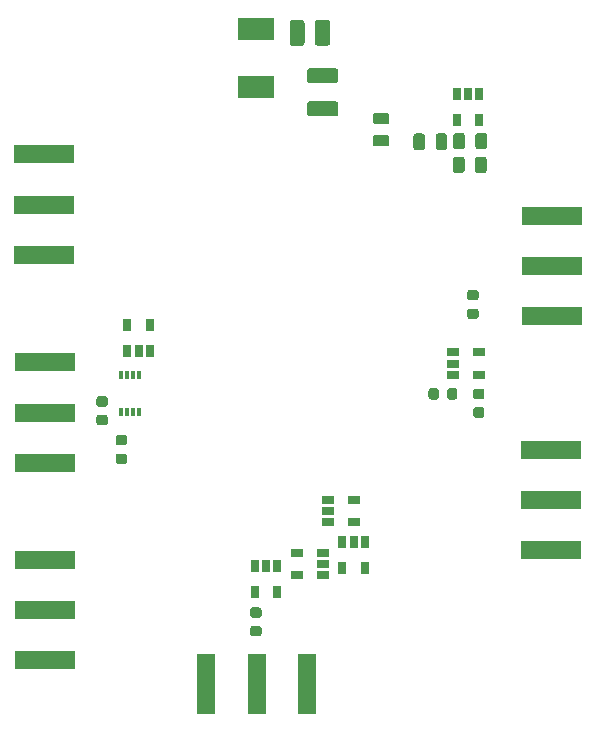
<source format=gbr>
G04 #@! TF.GenerationSoftware,KiCad,Pcbnew,(5.1.5)-3*
G04 #@! TF.CreationDate,2020-05-10T15:52:49-07:00*
G04 #@! TF.ProjectId,april_proj,61707269-6c5f-4707-926f-6a2e6b696361,rev?*
G04 #@! TF.SameCoordinates,Original*
G04 #@! TF.FileFunction,Paste,Top*
G04 #@! TF.FilePolarity,Positive*
%FSLAX46Y46*%
G04 Gerber Fmt 4.6, Leading zero omitted, Abs format (unit mm)*
G04 Created by KiCad (PCBNEW (5.1.5)-3) date 2020-05-10 15:52:49*
%MOMM*%
%LPD*%
G04 APERTURE LIST*
%ADD10R,1.500000X5.080000*%
%ADD11C,0.100000*%
%ADD12R,0.650000X1.060000*%
%ADD13R,0.300000X0.800000*%
%ADD14R,5.080000X1.500000*%
%ADD15R,1.060000X0.650000*%
%ADD16R,3.150000X1.960000*%
G04 APERTURE END LIST*
D10*
X50725000Y-80625000D03*
X54975000Y-80625000D03*
X46475000Y-80625000D03*
D11*
G36*
X69327691Y-48876053D02*
G01*
X69348926Y-48879203D01*
X69369750Y-48884419D01*
X69389962Y-48891651D01*
X69409368Y-48900830D01*
X69427781Y-48911866D01*
X69445024Y-48924654D01*
X69460930Y-48939070D01*
X69475346Y-48954976D01*
X69488134Y-48972219D01*
X69499170Y-48990632D01*
X69508349Y-49010038D01*
X69515581Y-49030250D01*
X69520797Y-49051074D01*
X69523947Y-49072309D01*
X69525000Y-49093750D01*
X69525000Y-49531250D01*
X69523947Y-49552691D01*
X69520797Y-49573926D01*
X69515581Y-49594750D01*
X69508349Y-49614962D01*
X69499170Y-49634368D01*
X69488134Y-49652781D01*
X69475346Y-49670024D01*
X69460930Y-49685930D01*
X69445024Y-49700346D01*
X69427781Y-49713134D01*
X69409368Y-49724170D01*
X69389962Y-49733349D01*
X69369750Y-49740581D01*
X69348926Y-49745797D01*
X69327691Y-49748947D01*
X69306250Y-49750000D01*
X68793750Y-49750000D01*
X68772309Y-49748947D01*
X68751074Y-49745797D01*
X68730250Y-49740581D01*
X68710038Y-49733349D01*
X68690632Y-49724170D01*
X68672219Y-49713134D01*
X68654976Y-49700346D01*
X68639070Y-49685930D01*
X68624654Y-49670024D01*
X68611866Y-49652781D01*
X68600830Y-49634368D01*
X68591651Y-49614962D01*
X68584419Y-49594750D01*
X68579203Y-49573926D01*
X68576053Y-49552691D01*
X68575000Y-49531250D01*
X68575000Y-49093750D01*
X68576053Y-49072309D01*
X68579203Y-49051074D01*
X68584419Y-49030250D01*
X68591651Y-49010038D01*
X68600830Y-48990632D01*
X68611866Y-48972219D01*
X68624654Y-48954976D01*
X68639070Y-48939070D01*
X68654976Y-48924654D01*
X68672219Y-48911866D01*
X68690632Y-48900830D01*
X68710038Y-48891651D01*
X68730250Y-48884419D01*
X68751074Y-48879203D01*
X68772309Y-48876053D01*
X68793750Y-48875000D01*
X69306250Y-48875000D01*
X69327691Y-48876053D01*
G37*
G36*
X69327691Y-47301053D02*
G01*
X69348926Y-47304203D01*
X69369750Y-47309419D01*
X69389962Y-47316651D01*
X69409368Y-47325830D01*
X69427781Y-47336866D01*
X69445024Y-47349654D01*
X69460930Y-47364070D01*
X69475346Y-47379976D01*
X69488134Y-47397219D01*
X69499170Y-47415632D01*
X69508349Y-47435038D01*
X69515581Y-47455250D01*
X69520797Y-47476074D01*
X69523947Y-47497309D01*
X69525000Y-47518750D01*
X69525000Y-47956250D01*
X69523947Y-47977691D01*
X69520797Y-47998926D01*
X69515581Y-48019750D01*
X69508349Y-48039962D01*
X69499170Y-48059368D01*
X69488134Y-48077781D01*
X69475346Y-48095024D01*
X69460930Y-48110930D01*
X69445024Y-48125346D01*
X69427781Y-48138134D01*
X69409368Y-48149170D01*
X69389962Y-48158349D01*
X69369750Y-48165581D01*
X69348926Y-48170797D01*
X69327691Y-48173947D01*
X69306250Y-48175000D01*
X68793750Y-48175000D01*
X68772309Y-48173947D01*
X68751074Y-48170797D01*
X68730250Y-48165581D01*
X68710038Y-48158349D01*
X68690632Y-48149170D01*
X68672219Y-48138134D01*
X68654976Y-48125346D01*
X68639070Y-48110930D01*
X68624654Y-48095024D01*
X68611866Y-48077781D01*
X68600830Y-48059368D01*
X68591651Y-48039962D01*
X68584419Y-48019750D01*
X68579203Y-47998926D01*
X68576053Y-47977691D01*
X68575000Y-47956250D01*
X68575000Y-47518750D01*
X68576053Y-47497309D01*
X68579203Y-47476074D01*
X68584419Y-47455250D01*
X68591651Y-47435038D01*
X68600830Y-47415632D01*
X68611866Y-47397219D01*
X68624654Y-47379976D01*
X68639070Y-47364070D01*
X68654976Y-47349654D01*
X68672219Y-47336866D01*
X68690632Y-47325830D01*
X68710038Y-47316651D01*
X68730250Y-47309419D01*
X68751074Y-47304203D01*
X68772309Y-47301053D01*
X68793750Y-47300000D01*
X69306250Y-47300000D01*
X69327691Y-47301053D01*
G37*
G36*
X37927691Y-56301053D02*
G01*
X37948926Y-56304203D01*
X37969750Y-56309419D01*
X37989962Y-56316651D01*
X38009368Y-56325830D01*
X38027781Y-56336866D01*
X38045024Y-56349654D01*
X38060930Y-56364070D01*
X38075346Y-56379976D01*
X38088134Y-56397219D01*
X38099170Y-56415632D01*
X38108349Y-56435038D01*
X38115581Y-56455250D01*
X38120797Y-56476074D01*
X38123947Y-56497309D01*
X38125000Y-56518750D01*
X38125000Y-56956250D01*
X38123947Y-56977691D01*
X38120797Y-56998926D01*
X38115581Y-57019750D01*
X38108349Y-57039962D01*
X38099170Y-57059368D01*
X38088134Y-57077781D01*
X38075346Y-57095024D01*
X38060930Y-57110930D01*
X38045024Y-57125346D01*
X38027781Y-57138134D01*
X38009368Y-57149170D01*
X37989962Y-57158349D01*
X37969750Y-57165581D01*
X37948926Y-57170797D01*
X37927691Y-57173947D01*
X37906250Y-57175000D01*
X37393750Y-57175000D01*
X37372309Y-57173947D01*
X37351074Y-57170797D01*
X37330250Y-57165581D01*
X37310038Y-57158349D01*
X37290632Y-57149170D01*
X37272219Y-57138134D01*
X37254976Y-57125346D01*
X37239070Y-57110930D01*
X37224654Y-57095024D01*
X37211866Y-57077781D01*
X37200830Y-57059368D01*
X37191651Y-57039962D01*
X37184419Y-57019750D01*
X37179203Y-56998926D01*
X37176053Y-56977691D01*
X37175000Y-56956250D01*
X37175000Y-56518750D01*
X37176053Y-56497309D01*
X37179203Y-56476074D01*
X37184419Y-56455250D01*
X37191651Y-56435038D01*
X37200830Y-56415632D01*
X37211866Y-56397219D01*
X37224654Y-56379976D01*
X37239070Y-56364070D01*
X37254976Y-56349654D01*
X37272219Y-56336866D01*
X37290632Y-56325830D01*
X37310038Y-56316651D01*
X37330250Y-56309419D01*
X37351074Y-56304203D01*
X37372309Y-56301053D01*
X37393750Y-56300000D01*
X37906250Y-56300000D01*
X37927691Y-56301053D01*
G37*
G36*
X37927691Y-57876053D02*
G01*
X37948926Y-57879203D01*
X37969750Y-57884419D01*
X37989962Y-57891651D01*
X38009368Y-57900830D01*
X38027781Y-57911866D01*
X38045024Y-57924654D01*
X38060930Y-57939070D01*
X38075346Y-57954976D01*
X38088134Y-57972219D01*
X38099170Y-57990632D01*
X38108349Y-58010038D01*
X38115581Y-58030250D01*
X38120797Y-58051074D01*
X38123947Y-58072309D01*
X38125000Y-58093750D01*
X38125000Y-58531250D01*
X38123947Y-58552691D01*
X38120797Y-58573926D01*
X38115581Y-58594750D01*
X38108349Y-58614962D01*
X38099170Y-58634368D01*
X38088134Y-58652781D01*
X38075346Y-58670024D01*
X38060930Y-58685930D01*
X38045024Y-58700346D01*
X38027781Y-58713134D01*
X38009368Y-58724170D01*
X37989962Y-58733349D01*
X37969750Y-58740581D01*
X37948926Y-58745797D01*
X37927691Y-58748947D01*
X37906250Y-58750000D01*
X37393750Y-58750000D01*
X37372309Y-58748947D01*
X37351074Y-58745797D01*
X37330250Y-58740581D01*
X37310038Y-58733349D01*
X37290632Y-58724170D01*
X37272219Y-58713134D01*
X37254976Y-58700346D01*
X37239070Y-58685930D01*
X37224654Y-58670024D01*
X37211866Y-58652781D01*
X37200830Y-58634368D01*
X37191651Y-58614962D01*
X37184419Y-58594750D01*
X37179203Y-58573926D01*
X37176053Y-58552691D01*
X37175000Y-58531250D01*
X37175000Y-58093750D01*
X37176053Y-58072309D01*
X37179203Y-58051074D01*
X37184419Y-58030250D01*
X37191651Y-58010038D01*
X37200830Y-57990632D01*
X37211866Y-57972219D01*
X37224654Y-57954976D01*
X37239070Y-57939070D01*
X37254976Y-57924654D01*
X37272219Y-57911866D01*
X37290632Y-57900830D01*
X37310038Y-57891651D01*
X37330250Y-57884419D01*
X37351074Y-57879203D01*
X37372309Y-57876053D01*
X37393750Y-57875000D01*
X37906250Y-57875000D01*
X37927691Y-57876053D01*
G37*
D12*
X39791852Y-50232107D03*
X41691852Y-50232107D03*
X41691852Y-52432107D03*
X40741852Y-52432107D03*
X39791852Y-52432107D03*
D13*
X40775000Y-57600000D03*
X40275000Y-57600000D03*
X39775000Y-57600000D03*
X39275000Y-57600000D03*
X39275000Y-54500000D03*
X39775000Y-54500000D03*
X40275000Y-54500000D03*
X40775000Y-54500000D03*
D11*
G36*
X39552691Y-59588553D02*
G01*
X39573926Y-59591703D01*
X39594750Y-59596919D01*
X39614962Y-59604151D01*
X39634368Y-59613330D01*
X39652781Y-59624366D01*
X39670024Y-59637154D01*
X39685930Y-59651570D01*
X39700346Y-59667476D01*
X39713134Y-59684719D01*
X39724170Y-59703132D01*
X39733349Y-59722538D01*
X39740581Y-59742750D01*
X39745797Y-59763574D01*
X39748947Y-59784809D01*
X39750000Y-59806250D01*
X39750000Y-60243750D01*
X39748947Y-60265191D01*
X39745797Y-60286426D01*
X39740581Y-60307250D01*
X39733349Y-60327462D01*
X39724170Y-60346868D01*
X39713134Y-60365281D01*
X39700346Y-60382524D01*
X39685930Y-60398430D01*
X39670024Y-60412846D01*
X39652781Y-60425634D01*
X39634368Y-60436670D01*
X39614962Y-60445849D01*
X39594750Y-60453081D01*
X39573926Y-60458297D01*
X39552691Y-60461447D01*
X39531250Y-60462500D01*
X39018750Y-60462500D01*
X38997309Y-60461447D01*
X38976074Y-60458297D01*
X38955250Y-60453081D01*
X38935038Y-60445849D01*
X38915632Y-60436670D01*
X38897219Y-60425634D01*
X38879976Y-60412846D01*
X38864070Y-60398430D01*
X38849654Y-60382524D01*
X38836866Y-60365281D01*
X38825830Y-60346868D01*
X38816651Y-60327462D01*
X38809419Y-60307250D01*
X38804203Y-60286426D01*
X38801053Y-60265191D01*
X38800000Y-60243750D01*
X38800000Y-59806250D01*
X38801053Y-59784809D01*
X38804203Y-59763574D01*
X38809419Y-59742750D01*
X38816651Y-59722538D01*
X38825830Y-59703132D01*
X38836866Y-59684719D01*
X38849654Y-59667476D01*
X38864070Y-59651570D01*
X38879976Y-59637154D01*
X38897219Y-59624366D01*
X38915632Y-59613330D01*
X38935038Y-59604151D01*
X38955250Y-59596919D01*
X38976074Y-59591703D01*
X38997309Y-59588553D01*
X39018750Y-59587500D01*
X39531250Y-59587500D01*
X39552691Y-59588553D01*
G37*
G36*
X39552691Y-61163553D02*
G01*
X39573926Y-61166703D01*
X39594750Y-61171919D01*
X39614962Y-61179151D01*
X39634368Y-61188330D01*
X39652781Y-61199366D01*
X39670024Y-61212154D01*
X39685930Y-61226570D01*
X39700346Y-61242476D01*
X39713134Y-61259719D01*
X39724170Y-61278132D01*
X39733349Y-61297538D01*
X39740581Y-61317750D01*
X39745797Y-61338574D01*
X39748947Y-61359809D01*
X39750000Y-61381250D01*
X39750000Y-61818750D01*
X39748947Y-61840191D01*
X39745797Y-61861426D01*
X39740581Y-61882250D01*
X39733349Y-61902462D01*
X39724170Y-61921868D01*
X39713134Y-61940281D01*
X39700346Y-61957524D01*
X39685930Y-61973430D01*
X39670024Y-61987846D01*
X39652781Y-62000634D01*
X39634368Y-62011670D01*
X39614962Y-62020849D01*
X39594750Y-62028081D01*
X39573926Y-62033297D01*
X39552691Y-62036447D01*
X39531250Y-62037500D01*
X39018750Y-62037500D01*
X38997309Y-62036447D01*
X38976074Y-62033297D01*
X38955250Y-62028081D01*
X38935038Y-62020849D01*
X38915632Y-62011670D01*
X38897219Y-62000634D01*
X38879976Y-61987846D01*
X38864070Y-61973430D01*
X38849654Y-61957524D01*
X38836866Y-61940281D01*
X38825830Y-61921868D01*
X38816651Y-61902462D01*
X38809419Y-61882250D01*
X38804203Y-61861426D01*
X38801053Y-61840191D01*
X38800000Y-61818750D01*
X38800000Y-61381250D01*
X38801053Y-61359809D01*
X38804203Y-61338574D01*
X38809419Y-61317750D01*
X38816651Y-61297538D01*
X38825830Y-61278132D01*
X38836866Y-61259719D01*
X38849654Y-61242476D01*
X38864070Y-61226570D01*
X38879976Y-61212154D01*
X38897219Y-61199366D01*
X38915632Y-61188330D01*
X38935038Y-61179151D01*
X38955250Y-61171919D01*
X38976074Y-61166703D01*
X38997309Y-61163553D01*
X39018750Y-61162500D01*
X39531250Y-61162500D01*
X39552691Y-61163553D01*
G37*
D14*
X32825000Y-74375000D03*
X32825000Y-78625000D03*
X32825000Y-70125000D03*
D15*
X56350000Y-71450000D03*
X56350000Y-70500000D03*
X56350000Y-69550000D03*
X54150000Y-69550000D03*
X54150000Y-71450000D03*
D12*
X52475000Y-70675000D03*
X51525000Y-70675000D03*
X50575000Y-70675000D03*
X50575000Y-72875000D03*
X52475000Y-72875000D03*
D16*
X50675000Y-25175000D03*
X50675000Y-30085000D03*
D11*
G36*
X50952691Y-74176053D02*
G01*
X50973926Y-74179203D01*
X50994750Y-74184419D01*
X51014962Y-74191651D01*
X51034368Y-74200830D01*
X51052781Y-74211866D01*
X51070024Y-74224654D01*
X51085930Y-74239070D01*
X51100346Y-74254976D01*
X51113134Y-74272219D01*
X51124170Y-74290632D01*
X51133349Y-74310038D01*
X51140581Y-74330250D01*
X51145797Y-74351074D01*
X51148947Y-74372309D01*
X51150000Y-74393750D01*
X51150000Y-74831250D01*
X51148947Y-74852691D01*
X51145797Y-74873926D01*
X51140581Y-74894750D01*
X51133349Y-74914962D01*
X51124170Y-74934368D01*
X51113134Y-74952781D01*
X51100346Y-74970024D01*
X51085930Y-74985930D01*
X51070024Y-75000346D01*
X51052781Y-75013134D01*
X51034368Y-75024170D01*
X51014962Y-75033349D01*
X50994750Y-75040581D01*
X50973926Y-75045797D01*
X50952691Y-75048947D01*
X50931250Y-75050000D01*
X50418750Y-75050000D01*
X50397309Y-75048947D01*
X50376074Y-75045797D01*
X50355250Y-75040581D01*
X50335038Y-75033349D01*
X50315632Y-75024170D01*
X50297219Y-75013134D01*
X50279976Y-75000346D01*
X50264070Y-74985930D01*
X50249654Y-74970024D01*
X50236866Y-74952781D01*
X50225830Y-74934368D01*
X50216651Y-74914962D01*
X50209419Y-74894750D01*
X50204203Y-74873926D01*
X50201053Y-74852691D01*
X50200000Y-74831250D01*
X50200000Y-74393750D01*
X50201053Y-74372309D01*
X50204203Y-74351074D01*
X50209419Y-74330250D01*
X50216651Y-74310038D01*
X50225830Y-74290632D01*
X50236866Y-74272219D01*
X50249654Y-74254976D01*
X50264070Y-74239070D01*
X50279976Y-74224654D01*
X50297219Y-74211866D01*
X50315632Y-74200830D01*
X50335038Y-74191651D01*
X50355250Y-74184419D01*
X50376074Y-74179203D01*
X50397309Y-74176053D01*
X50418750Y-74175000D01*
X50931250Y-74175000D01*
X50952691Y-74176053D01*
G37*
G36*
X50952691Y-75751053D02*
G01*
X50973926Y-75754203D01*
X50994750Y-75759419D01*
X51014962Y-75766651D01*
X51034368Y-75775830D01*
X51052781Y-75786866D01*
X51070024Y-75799654D01*
X51085930Y-75814070D01*
X51100346Y-75829976D01*
X51113134Y-75847219D01*
X51124170Y-75865632D01*
X51133349Y-75885038D01*
X51140581Y-75905250D01*
X51145797Y-75926074D01*
X51148947Y-75947309D01*
X51150000Y-75968750D01*
X51150000Y-76406250D01*
X51148947Y-76427691D01*
X51145797Y-76448926D01*
X51140581Y-76469750D01*
X51133349Y-76489962D01*
X51124170Y-76509368D01*
X51113134Y-76527781D01*
X51100346Y-76545024D01*
X51085930Y-76560930D01*
X51070024Y-76575346D01*
X51052781Y-76588134D01*
X51034368Y-76599170D01*
X51014962Y-76608349D01*
X50994750Y-76615581D01*
X50973926Y-76620797D01*
X50952691Y-76623947D01*
X50931250Y-76625000D01*
X50418750Y-76625000D01*
X50397309Y-76623947D01*
X50376074Y-76620797D01*
X50355250Y-76615581D01*
X50335038Y-76608349D01*
X50315632Y-76599170D01*
X50297219Y-76588134D01*
X50279976Y-76575346D01*
X50264070Y-76560930D01*
X50249654Y-76545024D01*
X50236866Y-76527781D01*
X50225830Y-76509368D01*
X50216651Y-76489962D01*
X50209419Y-76469750D01*
X50204203Y-76448926D01*
X50201053Y-76427691D01*
X50200000Y-76406250D01*
X50200000Y-75968750D01*
X50201053Y-75947309D01*
X50204203Y-75926074D01*
X50209419Y-75905250D01*
X50216651Y-75885038D01*
X50225830Y-75865632D01*
X50236866Y-75847219D01*
X50249654Y-75829976D01*
X50264070Y-75814070D01*
X50279976Y-75799654D01*
X50297219Y-75786866D01*
X50315632Y-75775830D01*
X50335038Y-75766651D01*
X50355250Y-75759419D01*
X50376074Y-75754203D01*
X50397309Y-75751053D01*
X50418750Y-75750000D01*
X50931250Y-75750000D01*
X50952691Y-75751053D01*
G37*
G36*
X56714504Y-24431204D02*
G01*
X56738773Y-24434804D01*
X56762571Y-24440765D01*
X56785671Y-24449030D01*
X56807849Y-24459520D01*
X56828893Y-24472133D01*
X56848598Y-24486747D01*
X56866777Y-24503223D01*
X56883253Y-24521402D01*
X56897867Y-24541107D01*
X56910480Y-24562151D01*
X56920970Y-24584329D01*
X56929235Y-24607429D01*
X56935196Y-24631227D01*
X56938796Y-24655496D01*
X56940000Y-24680000D01*
X56940000Y-26380000D01*
X56938796Y-26404504D01*
X56935196Y-26428773D01*
X56929235Y-26452571D01*
X56920970Y-26475671D01*
X56910480Y-26497849D01*
X56897867Y-26518893D01*
X56883253Y-26538598D01*
X56866777Y-26556777D01*
X56848598Y-26573253D01*
X56828893Y-26587867D01*
X56807849Y-26600480D01*
X56785671Y-26610970D01*
X56762571Y-26619235D01*
X56738773Y-26625196D01*
X56714504Y-26628796D01*
X56690000Y-26630000D01*
X55940000Y-26630000D01*
X55915496Y-26628796D01*
X55891227Y-26625196D01*
X55867429Y-26619235D01*
X55844329Y-26610970D01*
X55822151Y-26600480D01*
X55801107Y-26587867D01*
X55781402Y-26573253D01*
X55763223Y-26556777D01*
X55746747Y-26538598D01*
X55732133Y-26518893D01*
X55719520Y-26497849D01*
X55709030Y-26475671D01*
X55700765Y-26452571D01*
X55694804Y-26428773D01*
X55691204Y-26404504D01*
X55690000Y-26380000D01*
X55690000Y-24680000D01*
X55691204Y-24655496D01*
X55694804Y-24631227D01*
X55700765Y-24607429D01*
X55709030Y-24584329D01*
X55719520Y-24562151D01*
X55732133Y-24541107D01*
X55746747Y-24521402D01*
X55763223Y-24503223D01*
X55781402Y-24486747D01*
X55801107Y-24472133D01*
X55822151Y-24459520D01*
X55844329Y-24449030D01*
X55867429Y-24440765D01*
X55891227Y-24434804D01*
X55915496Y-24431204D01*
X55940000Y-24430000D01*
X56690000Y-24430000D01*
X56714504Y-24431204D01*
G37*
G36*
X54564504Y-24431204D02*
G01*
X54588773Y-24434804D01*
X54612571Y-24440765D01*
X54635671Y-24449030D01*
X54657849Y-24459520D01*
X54678893Y-24472133D01*
X54698598Y-24486747D01*
X54716777Y-24503223D01*
X54733253Y-24521402D01*
X54747867Y-24541107D01*
X54760480Y-24562151D01*
X54770970Y-24584329D01*
X54779235Y-24607429D01*
X54785196Y-24631227D01*
X54788796Y-24655496D01*
X54790000Y-24680000D01*
X54790000Y-26380000D01*
X54788796Y-26404504D01*
X54785196Y-26428773D01*
X54779235Y-26452571D01*
X54770970Y-26475671D01*
X54760480Y-26497849D01*
X54747867Y-26518893D01*
X54733253Y-26538598D01*
X54716777Y-26556777D01*
X54698598Y-26573253D01*
X54678893Y-26587867D01*
X54657849Y-26600480D01*
X54635671Y-26610970D01*
X54612571Y-26619235D01*
X54588773Y-26625196D01*
X54564504Y-26628796D01*
X54540000Y-26630000D01*
X53790000Y-26630000D01*
X53765496Y-26628796D01*
X53741227Y-26625196D01*
X53717429Y-26619235D01*
X53694329Y-26610970D01*
X53672151Y-26600480D01*
X53651107Y-26587867D01*
X53631402Y-26573253D01*
X53613223Y-26556777D01*
X53596747Y-26538598D01*
X53582133Y-26518893D01*
X53569520Y-26497849D01*
X53559030Y-26475671D01*
X53550765Y-26452571D01*
X53544804Y-26428773D01*
X53541204Y-26404504D01*
X53540000Y-26380000D01*
X53540000Y-24680000D01*
X53541204Y-24655496D01*
X53544804Y-24631227D01*
X53550765Y-24607429D01*
X53559030Y-24584329D01*
X53569520Y-24562151D01*
X53582133Y-24541107D01*
X53596747Y-24521402D01*
X53613223Y-24503223D01*
X53631402Y-24486747D01*
X53651107Y-24472133D01*
X53672151Y-24459520D01*
X53694329Y-24449030D01*
X53717429Y-24440765D01*
X53741227Y-24434804D01*
X53765496Y-24431204D01*
X53790000Y-24430000D01*
X54540000Y-24430000D01*
X54564504Y-24431204D01*
G37*
G36*
X57434504Y-31336205D02*
G01*
X57458773Y-31339805D01*
X57482571Y-31345766D01*
X57505671Y-31354031D01*
X57527849Y-31364521D01*
X57548893Y-31377134D01*
X57568598Y-31391748D01*
X57586777Y-31408224D01*
X57603253Y-31426403D01*
X57617867Y-31446108D01*
X57630480Y-31467152D01*
X57640970Y-31489330D01*
X57649235Y-31512430D01*
X57655196Y-31536228D01*
X57658796Y-31560497D01*
X57660000Y-31585001D01*
X57660000Y-32335001D01*
X57658796Y-32359505D01*
X57655196Y-32383774D01*
X57649235Y-32407572D01*
X57640970Y-32430672D01*
X57630480Y-32452850D01*
X57617867Y-32473894D01*
X57603253Y-32493599D01*
X57586777Y-32511778D01*
X57568598Y-32528254D01*
X57548893Y-32542868D01*
X57527849Y-32555481D01*
X57505671Y-32565971D01*
X57482571Y-32574236D01*
X57458773Y-32580197D01*
X57434504Y-32583797D01*
X57410000Y-32585001D01*
X55260000Y-32585001D01*
X55235496Y-32583797D01*
X55211227Y-32580197D01*
X55187429Y-32574236D01*
X55164329Y-32565971D01*
X55142151Y-32555481D01*
X55121107Y-32542868D01*
X55101402Y-32528254D01*
X55083223Y-32511778D01*
X55066747Y-32493599D01*
X55052133Y-32473894D01*
X55039520Y-32452850D01*
X55029030Y-32430672D01*
X55020765Y-32407572D01*
X55014804Y-32383774D01*
X55011204Y-32359505D01*
X55010000Y-32335001D01*
X55010000Y-31585001D01*
X55011204Y-31560497D01*
X55014804Y-31536228D01*
X55020765Y-31512430D01*
X55029030Y-31489330D01*
X55039520Y-31467152D01*
X55052133Y-31446108D01*
X55066747Y-31426403D01*
X55083223Y-31408224D01*
X55101402Y-31391748D01*
X55121107Y-31377134D01*
X55142151Y-31364521D01*
X55164329Y-31354031D01*
X55187429Y-31345766D01*
X55211227Y-31339805D01*
X55235496Y-31336205D01*
X55260000Y-31335001D01*
X57410000Y-31335001D01*
X57434504Y-31336205D01*
G37*
G36*
X57434504Y-28536205D02*
G01*
X57458773Y-28539805D01*
X57482571Y-28545766D01*
X57505671Y-28554031D01*
X57527849Y-28564521D01*
X57548893Y-28577134D01*
X57568598Y-28591748D01*
X57586777Y-28608224D01*
X57603253Y-28626403D01*
X57617867Y-28646108D01*
X57630480Y-28667152D01*
X57640970Y-28689330D01*
X57649235Y-28712430D01*
X57655196Y-28736228D01*
X57658796Y-28760497D01*
X57660000Y-28785001D01*
X57660000Y-29535001D01*
X57658796Y-29559505D01*
X57655196Y-29583774D01*
X57649235Y-29607572D01*
X57640970Y-29630672D01*
X57630480Y-29652850D01*
X57617867Y-29673894D01*
X57603253Y-29693599D01*
X57586777Y-29711778D01*
X57568598Y-29728254D01*
X57548893Y-29742868D01*
X57527849Y-29755481D01*
X57505671Y-29765971D01*
X57482571Y-29774236D01*
X57458773Y-29780197D01*
X57434504Y-29783797D01*
X57410000Y-29785001D01*
X55260000Y-29785001D01*
X55235496Y-29783797D01*
X55211227Y-29780197D01*
X55187429Y-29774236D01*
X55164329Y-29765971D01*
X55142151Y-29755481D01*
X55121107Y-29742868D01*
X55101402Y-29728254D01*
X55083223Y-29711778D01*
X55066747Y-29693599D01*
X55052133Y-29673894D01*
X55039520Y-29652850D01*
X55029030Y-29630672D01*
X55020765Y-29607572D01*
X55014804Y-29583774D01*
X55011204Y-29559505D01*
X55010000Y-29535001D01*
X55010000Y-28785001D01*
X55011204Y-28760497D01*
X55014804Y-28736228D01*
X55020765Y-28712430D01*
X55029030Y-28689330D01*
X55039520Y-28667152D01*
X55052133Y-28646108D01*
X55066747Y-28626403D01*
X55083223Y-28608224D01*
X55101402Y-28591748D01*
X55121107Y-28577134D01*
X55142151Y-28564521D01*
X55164329Y-28554031D01*
X55187429Y-28545766D01*
X55211227Y-28539805D01*
X55235496Y-28536205D01*
X55260000Y-28535001D01*
X57410000Y-28535001D01*
X57434504Y-28536205D01*
G37*
G36*
X69827691Y-55663553D02*
G01*
X69848926Y-55666703D01*
X69869750Y-55671919D01*
X69889962Y-55679151D01*
X69909368Y-55688330D01*
X69927781Y-55699366D01*
X69945024Y-55712154D01*
X69960930Y-55726570D01*
X69975346Y-55742476D01*
X69988134Y-55759719D01*
X69999170Y-55778132D01*
X70008349Y-55797538D01*
X70015581Y-55817750D01*
X70020797Y-55838574D01*
X70023947Y-55859809D01*
X70025000Y-55881250D01*
X70025000Y-56318750D01*
X70023947Y-56340191D01*
X70020797Y-56361426D01*
X70015581Y-56382250D01*
X70008349Y-56402462D01*
X69999170Y-56421868D01*
X69988134Y-56440281D01*
X69975346Y-56457524D01*
X69960930Y-56473430D01*
X69945024Y-56487846D01*
X69927781Y-56500634D01*
X69909368Y-56511670D01*
X69889962Y-56520849D01*
X69869750Y-56528081D01*
X69848926Y-56533297D01*
X69827691Y-56536447D01*
X69806250Y-56537500D01*
X69293750Y-56537500D01*
X69272309Y-56536447D01*
X69251074Y-56533297D01*
X69230250Y-56528081D01*
X69210038Y-56520849D01*
X69190632Y-56511670D01*
X69172219Y-56500634D01*
X69154976Y-56487846D01*
X69139070Y-56473430D01*
X69124654Y-56457524D01*
X69111866Y-56440281D01*
X69100830Y-56421868D01*
X69091651Y-56402462D01*
X69084419Y-56382250D01*
X69079203Y-56361426D01*
X69076053Y-56340191D01*
X69075000Y-56318750D01*
X69075000Y-55881250D01*
X69076053Y-55859809D01*
X69079203Y-55838574D01*
X69084419Y-55817750D01*
X69091651Y-55797538D01*
X69100830Y-55778132D01*
X69111866Y-55759719D01*
X69124654Y-55742476D01*
X69139070Y-55726570D01*
X69154976Y-55712154D01*
X69172219Y-55699366D01*
X69190632Y-55688330D01*
X69210038Y-55679151D01*
X69230250Y-55671919D01*
X69251074Y-55666703D01*
X69272309Y-55663553D01*
X69293750Y-55662500D01*
X69806250Y-55662500D01*
X69827691Y-55663553D01*
G37*
G36*
X69827691Y-57238553D02*
G01*
X69848926Y-57241703D01*
X69869750Y-57246919D01*
X69889962Y-57254151D01*
X69909368Y-57263330D01*
X69927781Y-57274366D01*
X69945024Y-57287154D01*
X69960930Y-57301570D01*
X69975346Y-57317476D01*
X69988134Y-57334719D01*
X69999170Y-57353132D01*
X70008349Y-57372538D01*
X70015581Y-57392750D01*
X70020797Y-57413574D01*
X70023947Y-57434809D01*
X70025000Y-57456250D01*
X70025000Y-57893750D01*
X70023947Y-57915191D01*
X70020797Y-57936426D01*
X70015581Y-57957250D01*
X70008349Y-57977462D01*
X69999170Y-57996868D01*
X69988134Y-58015281D01*
X69975346Y-58032524D01*
X69960930Y-58048430D01*
X69945024Y-58062846D01*
X69927781Y-58075634D01*
X69909368Y-58086670D01*
X69889962Y-58095849D01*
X69869750Y-58103081D01*
X69848926Y-58108297D01*
X69827691Y-58111447D01*
X69806250Y-58112500D01*
X69293750Y-58112500D01*
X69272309Y-58111447D01*
X69251074Y-58108297D01*
X69230250Y-58103081D01*
X69210038Y-58095849D01*
X69190632Y-58086670D01*
X69172219Y-58075634D01*
X69154976Y-58062846D01*
X69139070Y-58048430D01*
X69124654Y-58032524D01*
X69111866Y-58015281D01*
X69100830Y-57996868D01*
X69091651Y-57977462D01*
X69084419Y-57957250D01*
X69079203Y-57936426D01*
X69076053Y-57915191D01*
X69075000Y-57893750D01*
X69075000Y-57456250D01*
X69076053Y-57434809D01*
X69079203Y-57413574D01*
X69084419Y-57392750D01*
X69091651Y-57372538D01*
X69100830Y-57353132D01*
X69111866Y-57334719D01*
X69124654Y-57317476D01*
X69139070Y-57301570D01*
X69154976Y-57287154D01*
X69172219Y-57274366D01*
X69190632Y-57263330D01*
X69210038Y-57254151D01*
X69230250Y-57246919D01*
X69251074Y-57241703D01*
X69272309Y-57238553D01*
X69293750Y-57237500D01*
X69806250Y-57237500D01*
X69827691Y-57238553D01*
G37*
G36*
X65965191Y-55626053D02*
G01*
X65986426Y-55629203D01*
X66007250Y-55634419D01*
X66027462Y-55641651D01*
X66046868Y-55650830D01*
X66065281Y-55661866D01*
X66082524Y-55674654D01*
X66098430Y-55689070D01*
X66112846Y-55704976D01*
X66125634Y-55722219D01*
X66136670Y-55740632D01*
X66145849Y-55760038D01*
X66153081Y-55780250D01*
X66158297Y-55801074D01*
X66161447Y-55822309D01*
X66162500Y-55843750D01*
X66162500Y-56356250D01*
X66161447Y-56377691D01*
X66158297Y-56398926D01*
X66153081Y-56419750D01*
X66145849Y-56439962D01*
X66136670Y-56459368D01*
X66125634Y-56477781D01*
X66112846Y-56495024D01*
X66098430Y-56510930D01*
X66082524Y-56525346D01*
X66065281Y-56538134D01*
X66046868Y-56549170D01*
X66027462Y-56558349D01*
X66007250Y-56565581D01*
X65986426Y-56570797D01*
X65965191Y-56573947D01*
X65943750Y-56575000D01*
X65506250Y-56575000D01*
X65484809Y-56573947D01*
X65463574Y-56570797D01*
X65442750Y-56565581D01*
X65422538Y-56558349D01*
X65403132Y-56549170D01*
X65384719Y-56538134D01*
X65367476Y-56525346D01*
X65351570Y-56510930D01*
X65337154Y-56495024D01*
X65324366Y-56477781D01*
X65313330Y-56459368D01*
X65304151Y-56439962D01*
X65296919Y-56419750D01*
X65291703Y-56398926D01*
X65288553Y-56377691D01*
X65287500Y-56356250D01*
X65287500Y-55843750D01*
X65288553Y-55822309D01*
X65291703Y-55801074D01*
X65296919Y-55780250D01*
X65304151Y-55760038D01*
X65313330Y-55740632D01*
X65324366Y-55722219D01*
X65337154Y-55704976D01*
X65351570Y-55689070D01*
X65367476Y-55674654D01*
X65384719Y-55661866D01*
X65403132Y-55650830D01*
X65422538Y-55641651D01*
X65442750Y-55634419D01*
X65463574Y-55629203D01*
X65484809Y-55626053D01*
X65506250Y-55625000D01*
X65943750Y-55625000D01*
X65965191Y-55626053D01*
G37*
G36*
X67540191Y-55626053D02*
G01*
X67561426Y-55629203D01*
X67582250Y-55634419D01*
X67602462Y-55641651D01*
X67621868Y-55650830D01*
X67640281Y-55661866D01*
X67657524Y-55674654D01*
X67673430Y-55689070D01*
X67687846Y-55704976D01*
X67700634Y-55722219D01*
X67711670Y-55740632D01*
X67720849Y-55760038D01*
X67728081Y-55780250D01*
X67733297Y-55801074D01*
X67736447Y-55822309D01*
X67737500Y-55843750D01*
X67737500Y-56356250D01*
X67736447Y-56377691D01*
X67733297Y-56398926D01*
X67728081Y-56419750D01*
X67720849Y-56439962D01*
X67711670Y-56459368D01*
X67700634Y-56477781D01*
X67687846Y-56495024D01*
X67673430Y-56510930D01*
X67657524Y-56525346D01*
X67640281Y-56538134D01*
X67621868Y-56549170D01*
X67602462Y-56558349D01*
X67582250Y-56565581D01*
X67561426Y-56570797D01*
X67540191Y-56573947D01*
X67518750Y-56575000D01*
X67081250Y-56575000D01*
X67059809Y-56573947D01*
X67038574Y-56570797D01*
X67017750Y-56565581D01*
X66997538Y-56558349D01*
X66978132Y-56549170D01*
X66959719Y-56538134D01*
X66942476Y-56525346D01*
X66926570Y-56510930D01*
X66912154Y-56495024D01*
X66899366Y-56477781D01*
X66888330Y-56459368D01*
X66879151Y-56439962D01*
X66871919Y-56419750D01*
X66866703Y-56398926D01*
X66863553Y-56377691D01*
X66862500Y-56356250D01*
X66862500Y-55843750D01*
X66863553Y-55822309D01*
X66866703Y-55801074D01*
X66871919Y-55780250D01*
X66879151Y-55760038D01*
X66888330Y-55740632D01*
X66899366Y-55722219D01*
X66912154Y-55704976D01*
X66926570Y-55689070D01*
X66942476Y-55674654D01*
X66959719Y-55661866D01*
X66978132Y-55650830D01*
X66997538Y-55641651D01*
X67017750Y-55634419D01*
X67038574Y-55629203D01*
X67059809Y-55626053D01*
X67081250Y-55625000D01*
X67518750Y-55625000D01*
X67540191Y-55626053D01*
G37*
D14*
X32750000Y-40075000D03*
X32750000Y-44325000D03*
X32750000Y-35825000D03*
X75700000Y-69350000D03*
X75700000Y-60850000D03*
X75700000Y-65100000D03*
D15*
X59001827Y-65086066D03*
X59001827Y-66986066D03*
X56801827Y-66986066D03*
X56801827Y-66036066D03*
X56801827Y-65086066D03*
D12*
X69600000Y-32925000D03*
X67700000Y-32925000D03*
X67700000Y-30725000D03*
X68650000Y-30725000D03*
X69600000Y-30725000D03*
D14*
X32800000Y-53425000D03*
X32800000Y-61925000D03*
X32800000Y-57675000D03*
D11*
G36*
X61755142Y-32301174D02*
G01*
X61778803Y-32304684D01*
X61802007Y-32310496D01*
X61824529Y-32318554D01*
X61846153Y-32328782D01*
X61866670Y-32341079D01*
X61885883Y-32355329D01*
X61903607Y-32371393D01*
X61919671Y-32389117D01*
X61933921Y-32408330D01*
X61946218Y-32428847D01*
X61956446Y-32450471D01*
X61964504Y-32472993D01*
X61970316Y-32496197D01*
X61973826Y-32519858D01*
X61975000Y-32543750D01*
X61975000Y-33031250D01*
X61973826Y-33055142D01*
X61970316Y-33078803D01*
X61964504Y-33102007D01*
X61956446Y-33124529D01*
X61946218Y-33146153D01*
X61933921Y-33166670D01*
X61919671Y-33185883D01*
X61903607Y-33203607D01*
X61885883Y-33219671D01*
X61866670Y-33233921D01*
X61846153Y-33246218D01*
X61824529Y-33256446D01*
X61802007Y-33264504D01*
X61778803Y-33270316D01*
X61755142Y-33273826D01*
X61731250Y-33275000D01*
X60818750Y-33275000D01*
X60794858Y-33273826D01*
X60771197Y-33270316D01*
X60747993Y-33264504D01*
X60725471Y-33256446D01*
X60703847Y-33246218D01*
X60683330Y-33233921D01*
X60664117Y-33219671D01*
X60646393Y-33203607D01*
X60630329Y-33185883D01*
X60616079Y-33166670D01*
X60603782Y-33146153D01*
X60593554Y-33124529D01*
X60585496Y-33102007D01*
X60579684Y-33078803D01*
X60576174Y-33055142D01*
X60575000Y-33031250D01*
X60575000Y-32543750D01*
X60576174Y-32519858D01*
X60579684Y-32496197D01*
X60585496Y-32472993D01*
X60593554Y-32450471D01*
X60603782Y-32428847D01*
X60616079Y-32408330D01*
X60630329Y-32389117D01*
X60646393Y-32371393D01*
X60664117Y-32355329D01*
X60683330Y-32341079D01*
X60703847Y-32328782D01*
X60725471Y-32318554D01*
X60747993Y-32310496D01*
X60771197Y-32304684D01*
X60794858Y-32301174D01*
X60818750Y-32300000D01*
X61731250Y-32300000D01*
X61755142Y-32301174D01*
G37*
G36*
X61755142Y-34176174D02*
G01*
X61778803Y-34179684D01*
X61802007Y-34185496D01*
X61824529Y-34193554D01*
X61846153Y-34203782D01*
X61866670Y-34216079D01*
X61885883Y-34230329D01*
X61903607Y-34246393D01*
X61919671Y-34264117D01*
X61933921Y-34283330D01*
X61946218Y-34303847D01*
X61956446Y-34325471D01*
X61964504Y-34347993D01*
X61970316Y-34371197D01*
X61973826Y-34394858D01*
X61975000Y-34418750D01*
X61975000Y-34906250D01*
X61973826Y-34930142D01*
X61970316Y-34953803D01*
X61964504Y-34977007D01*
X61956446Y-34999529D01*
X61946218Y-35021153D01*
X61933921Y-35041670D01*
X61919671Y-35060883D01*
X61903607Y-35078607D01*
X61885883Y-35094671D01*
X61866670Y-35108921D01*
X61846153Y-35121218D01*
X61824529Y-35131446D01*
X61802007Y-35139504D01*
X61778803Y-35145316D01*
X61755142Y-35148826D01*
X61731250Y-35150000D01*
X60818750Y-35150000D01*
X60794858Y-35148826D01*
X60771197Y-35145316D01*
X60747993Y-35139504D01*
X60725471Y-35131446D01*
X60703847Y-35121218D01*
X60683330Y-35108921D01*
X60664117Y-35094671D01*
X60646393Y-35078607D01*
X60630329Y-35060883D01*
X60616079Y-35041670D01*
X60603782Y-35021153D01*
X60593554Y-34999529D01*
X60585496Y-34977007D01*
X60579684Y-34953803D01*
X60576174Y-34930142D01*
X60575000Y-34906250D01*
X60575000Y-34418750D01*
X60576174Y-34394858D01*
X60579684Y-34371197D01*
X60585496Y-34347993D01*
X60593554Y-34325471D01*
X60603782Y-34303847D01*
X60616079Y-34283330D01*
X60630329Y-34264117D01*
X60646393Y-34246393D01*
X60664117Y-34230329D01*
X60683330Y-34216079D01*
X60703847Y-34203782D01*
X60725471Y-34193554D01*
X60747993Y-34185496D01*
X60771197Y-34179684D01*
X60794858Y-34176174D01*
X60818750Y-34175000D01*
X61731250Y-34175000D01*
X61755142Y-34176174D01*
G37*
G36*
X68117642Y-36001174D02*
G01*
X68141303Y-36004684D01*
X68164507Y-36010496D01*
X68187029Y-36018554D01*
X68208653Y-36028782D01*
X68229170Y-36041079D01*
X68248383Y-36055329D01*
X68266107Y-36071393D01*
X68282171Y-36089117D01*
X68296421Y-36108330D01*
X68308718Y-36128847D01*
X68318946Y-36150471D01*
X68327004Y-36172993D01*
X68332816Y-36196197D01*
X68336326Y-36219858D01*
X68337500Y-36243750D01*
X68337500Y-37156250D01*
X68336326Y-37180142D01*
X68332816Y-37203803D01*
X68327004Y-37227007D01*
X68318946Y-37249529D01*
X68308718Y-37271153D01*
X68296421Y-37291670D01*
X68282171Y-37310883D01*
X68266107Y-37328607D01*
X68248383Y-37344671D01*
X68229170Y-37358921D01*
X68208653Y-37371218D01*
X68187029Y-37381446D01*
X68164507Y-37389504D01*
X68141303Y-37395316D01*
X68117642Y-37398826D01*
X68093750Y-37400000D01*
X67606250Y-37400000D01*
X67582358Y-37398826D01*
X67558697Y-37395316D01*
X67535493Y-37389504D01*
X67512971Y-37381446D01*
X67491347Y-37371218D01*
X67470830Y-37358921D01*
X67451617Y-37344671D01*
X67433893Y-37328607D01*
X67417829Y-37310883D01*
X67403579Y-37291670D01*
X67391282Y-37271153D01*
X67381054Y-37249529D01*
X67372996Y-37227007D01*
X67367184Y-37203803D01*
X67363674Y-37180142D01*
X67362500Y-37156250D01*
X67362500Y-36243750D01*
X67363674Y-36219858D01*
X67367184Y-36196197D01*
X67372996Y-36172993D01*
X67381054Y-36150471D01*
X67391282Y-36128847D01*
X67403579Y-36108330D01*
X67417829Y-36089117D01*
X67433893Y-36071393D01*
X67451617Y-36055329D01*
X67470830Y-36041079D01*
X67491347Y-36028782D01*
X67512971Y-36018554D01*
X67535493Y-36010496D01*
X67558697Y-36004684D01*
X67582358Y-36001174D01*
X67606250Y-36000000D01*
X68093750Y-36000000D01*
X68117642Y-36001174D01*
G37*
G36*
X69992642Y-36001174D02*
G01*
X70016303Y-36004684D01*
X70039507Y-36010496D01*
X70062029Y-36018554D01*
X70083653Y-36028782D01*
X70104170Y-36041079D01*
X70123383Y-36055329D01*
X70141107Y-36071393D01*
X70157171Y-36089117D01*
X70171421Y-36108330D01*
X70183718Y-36128847D01*
X70193946Y-36150471D01*
X70202004Y-36172993D01*
X70207816Y-36196197D01*
X70211326Y-36219858D01*
X70212500Y-36243750D01*
X70212500Y-37156250D01*
X70211326Y-37180142D01*
X70207816Y-37203803D01*
X70202004Y-37227007D01*
X70193946Y-37249529D01*
X70183718Y-37271153D01*
X70171421Y-37291670D01*
X70157171Y-37310883D01*
X70141107Y-37328607D01*
X70123383Y-37344671D01*
X70104170Y-37358921D01*
X70083653Y-37371218D01*
X70062029Y-37381446D01*
X70039507Y-37389504D01*
X70016303Y-37395316D01*
X69992642Y-37398826D01*
X69968750Y-37400000D01*
X69481250Y-37400000D01*
X69457358Y-37398826D01*
X69433697Y-37395316D01*
X69410493Y-37389504D01*
X69387971Y-37381446D01*
X69366347Y-37371218D01*
X69345830Y-37358921D01*
X69326617Y-37344671D01*
X69308893Y-37328607D01*
X69292829Y-37310883D01*
X69278579Y-37291670D01*
X69266282Y-37271153D01*
X69256054Y-37249529D01*
X69247996Y-37227007D01*
X69242184Y-37203803D01*
X69238674Y-37180142D01*
X69237500Y-37156250D01*
X69237500Y-36243750D01*
X69238674Y-36219858D01*
X69242184Y-36196197D01*
X69247996Y-36172993D01*
X69256054Y-36150471D01*
X69266282Y-36128847D01*
X69278579Y-36108330D01*
X69292829Y-36089117D01*
X69308893Y-36071393D01*
X69326617Y-36055329D01*
X69345830Y-36041079D01*
X69366347Y-36028782D01*
X69387971Y-36018554D01*
X69410493Y-36010496D01*
X69433697Y-36004684D01*
X69457358Y-36001174D01*
X69481250Y-36000000D01*
X69968750Y-36000000D01*
X69992642Y-36001174D01*
G37*
D14*
X75725000Y-45250000D03*
X75725000Y-41000000D03*
X75725000Y-49500000D03*
D11*
G36*
X64767642Y-34051174D02*
G01*
X64791303Y-34054684D01*
X64814507Y-34060496D01*
X64837029Y-34068554D01*
X64858653Y-34078782D01*
X64879170Y-34091079D01*
X64898383Y-34105329D01*
X64916107Y-34121393D01*
X64932171Y-34139117D01*
X64946421Y-34158330D01*
X64958718Y-34178847D01*
X64968946Y-34200471D01*
X64977004Y-34222993D01*
X64982816Y-34246197D01*
X64986326Y-34269858D01*
X64987500Y-34293750D01*
X64987500Y-35206250D01*
X64986326Y-35230142D01*
X64982816Y-35253803D01*
X64977004Y-35277007D01*
X64968946Y-35299529D01*
X64958718Y-35321153D01*
X64946421Y-35341670D01*
X64932171Y-35360883D01*
X64916107Y-35378607D01*
X64898383Y-35394671D01*
X64879170Y-35408921D01*
X64858653Y-35421218D01*
X64837029Y-35431446D01*
X64814507Y-35439504D01*
X64791303Y-35445316D01*
X64767642Y-35448826D01*
X64743750Y-35450000D01*
X64256250Y-35450000D01*
X64232358Y-35448826D01*
X64208697Y-35445316D01*
X64185493Y-35439504D01*
X64162971Y-35431446D01*
X64141347Y-35421218D01*
X64120830Y-35408921D01*
X64101617Y-35394671D01*
X64083893Y-35378607D01*
X64067829Y-35360883D01*
X64053579Y-35341670D01*
X64041282Y-35321153D01*
X64031054Y-35299529D01*
X64022996Y-35277007D01*
X64017184Y-35253803D01*
X64013674Y-35230142D01*
X64012500Y-35206250D01*
X64012500Y-34293750D01*
X64013674Y-34269858D01*
X64017184Y-34246197D01*
X64022996Y-34222993D01*
X64031054Y-34200471D01*
X64041282Y-34178847D01*
X64053579Y-34158330D01*
X64067829Y-34139117D01*
X64083893Y-34121393D01*
X64101617Y-34105329D01*
X64120830Y-34091079D01*
X64141347Y-34078782D01*
X64162971Y-34068554D01*
X64185493Y-34060496D01*
X64208697Y-34054684D01*
X64232358Y-34051174D01*
X64256250Y-34050000D01*
X64743750Y-34050000D01*
X64767642Y-34051174D01*
G37*
G36*
X66642642Y-34051174D02*
G01*
X66666303Y-34054684D01*
X66689507Y-34060496D01*
X66712029Y-34068554D01*
X66733653Y-34078782D01*
X66754170Y-34091079D01*
X66773383Y-34105329D01*
X66791107Y-34121393D01*
X66807171Y-34139117D01*
X66821421Y-34158330D01*
X66833718Y-34178847D01*
X66843946Y-34200471D01*
X66852004Y-34222993D01*
X66857816Y-34246197D01*
X66861326Y-34269858D01*
X66862500Y-34293750D01*
X66862500Y-35206250D01*
X66861326Y-35230142D01*
X66857816Y-35253803D01*
X66852004Y-35277007D01*
X66843946Y-35299529D01*
X66833718Y-35321153D01*
X66821421Y-35341670D01*
X66807171Y-35360883D01*
X66791107Y-35378607D01*
X66773383Y-35394671D01*
X66754170Y-35408921D01*
X66733653Y-35421218D01*
X66712029Y-35431446D01*
X66689507Y-35439504D01*
X66666303Y-35445316D01*
X66642642Y-35448826D01*
X66618750Y-35450000D01*
X66131250Y-35450000D01*
X66107358Y-35448826D01*
X66083697Y-35445316D01*
X66060493Y-35439504D01*
X66037971Y-35431446D01*
X66016347Y-35421218D01*
X65995830Y-35408921D01*
X65976617Y-35394671D01*
X65958893Y-35378607D01*
X65942829Y-35360883D01*
X65928579Y-35341670D01*
X65916282Y-35321153D01*
X65906054Y-35299529D01*
X65897996Y-35277007D01*
X65892184Y-35253803D01*
X65888674Y-35230142D01*
X65887500Y-35206250D01*
X65887500Y-34293750D01*
X65888674Y-34269858D01*
X65892184Y-34246197D01*
X65897996Y-34222993D01*
X65906054Y-34200471D01*
X65916282Y-34178847D01*
X65928579Y-34158330D01*
X65942829Y-34139117D01*
X65958893Y-34121393D01*
X65976617Y-34105329D01*
X65995830Y-34091079D01*
X66016347Y-34078782D01*
X66037971Y-34068554D01*
X66060493Y-34060496D01*
X66083697Y-34054684D01*
X66107358Y-34051174D01*
X66131250Y-34050000D01*
X66618750Y-34050000D01*
X66642642Y-34051174D01*
G37*
G36*
X68140142Y-34001174D02*
G01*
X68163803Y-34004684D01*
X68187007Y-34010496D01*
X68209529Y-34018554D01*
X68231153Y-34028782D01*
X68251670Y-34041079D01*
X68270883Y-34055329D01*
X68288607Y-34071393D01*
X68304671Y-34089117D01*
X68318921Y-34108330D01*
X68331218Y-34128847D01*
X68341446Y-34150471D01*
X68349504Y-34172993D01*
X68355316Y-34196197D01*
X68358826Y-34219858D01*
X68360000Y-34243750D01*
X68360000Y-35156250D01*
X68358826Y-35180142D01*
X68355316Y-35203803D01*
X68349504Y-35227007D01*
X68341446Y-35249529D01*
X68331218Y-35271153D01*
X68318921Y-35291670D01*
X68304671Y-35310883D01*
X68288607Y-35328607D01*
X68270883Y-35344671D01*
X68251670Y-35358921D01*
X68231153Y-35371218D01*
X68209529Y-35381446D01*
X68187007Y-35389504D01*
X68163803Y-35395316D01*
X68140142Y-35398826D01*
X68116250Y-35400000D01*
X67628750Y-35400000D01*
X67604858Y-35398826D01*
X67581197Y-35395316D01*
X67557993Y-35389504D01*
X67535471Y-35381446D01*
X67513847Y-35371218D01*
X67493330Y-35358921D01*
X67474117Y-35344671D01*
X67456393Y-35328607D01*
X67440329Y-35310883D01*
X67426079Y-35291670D01*
X67413782Y-35271153D01*
X67403554Y-35249529D01*
X67395496Y-35227007D01*
X67389684Y-35203803D01*
X67386174Y-35180142D01*
X67385000Y-35156250D01*
X67385000Y-34243750D01*
X67386174Y-34219858D01*
X67389684Y-34196197D01*
X67395496Y-34172993D01*
X67403554Y-34150471D01*
X67413782Y-34128847D01*
X67426079Y-34108330D01*
X67440329Y-34089117D01*
X67456393Y-34071393D01*
X67474117Y-34055329D01*
X67493330Y-34041079D01*
X67513847Y-34028782D01*
X67535471Y-34018554D01*
X67557993Y-34010496D01*
X67581197Y-34004684D01*
X67604858Y-34001174D01*
X67628750Y-34000000D01*
X68116250Y-34000000D01*
X68140142Y-34001174D01*
G37*
G36*
X70015142Y-34001174D02*
G01*
X70038803Y-34004684D01*
X70062007Y-34010496D01*
X70084529Y-34018554D01*
X70106153Y-34028782D01*
X70126670Y-34041079D01*
X70145883Y-34055329D01*
X70163607Y-34071393D01*
X70179671Y-34089117D01*
X70193921Y-34108330D01*
X70206218Y-34128847D01*
X70216446Y-34150471D01*
X70224504Y-34172993D01*
X70230316Y-34196197D01*
X70233826Y-34219858D01*
X70235000Y-34243750D01*
X70235000Y-35156250D01*
X70233826Y-35180142D01*
X70230316Y-35203803D01*
X70224504Y-35227007D01*
X70216446Y-35249529D01*
X70206218Y-35271153D01*
X70193921Y-35291670D01*
X70179671Y-35310883D01*
X70163607Y-35328607D01*
X70145883Y-35344671D01*
X70126670Y-35358921D01*
X70106153Y-35371218D01*
X70084529Y-35381446D01*
X70062007Y-35389504D01*
X70038803Y-35395316D01*
X70015142Y-35398826D01*
X69991250Y-35400000D01*
X69503750Y-35400000D01*
X69479858Y-35398826D01*
X69456197Y-35395316D01*
X69432993Y-35389504D01*
X69410471Y-35381446D01*
X69388847Y-35371218D01*
X69368330Y-35358921D01*
X69349117Y-35344671D01*
X69331393Y-35328607D01*
X69315329Y-35310883D01*
X69301079Y-35291670D01*
X69288782Y-35271153D01*
X69278554Y-35249529D01*
X69270496Y-35227007D01*
X69264684Y-35203803D01*
X69261174Y-35180142D01*
X69260000Y-35156250D01*
X69260000Y-34243750D01*
X69261174Y-34219858D01*
X69264684Y-34196197D01*
X69270496Y-34172993D01*
X69278554Y-34150471D01*
X69288782Y-34128847D01*
X69301079Y-34108330D01*
X69315329Y-34089117D01*
X69331393Y-34071393D01*
X69349117Y-34055329D01*
X69368330Y-34041079D01*
X69388847Y-34028782D01*
X69410471Y-34018554D01*
X69432993Y-34010496D01*
X69456197Y-34004684D01*
X69479858Y-34001174D01*
X69503750Y-34000000D01*
X69991250Y-34000000D01*
X70015142Y-34001174D01*
G37*
D15*
X69550659Y-52587108D03*
X69550659Y-54487108D03*
X67350659Y-54487108D03*
X67350659Y-53537108D03*
X67350659Y-52587108D03*
D12*
X59900000Y-68675000D03*
X58950000Y-68675000D03*
X58000000Y-68675000D03*
X58000000Y-70875000D03*
X59900000Y-70875000D03*
M02*

</source>
